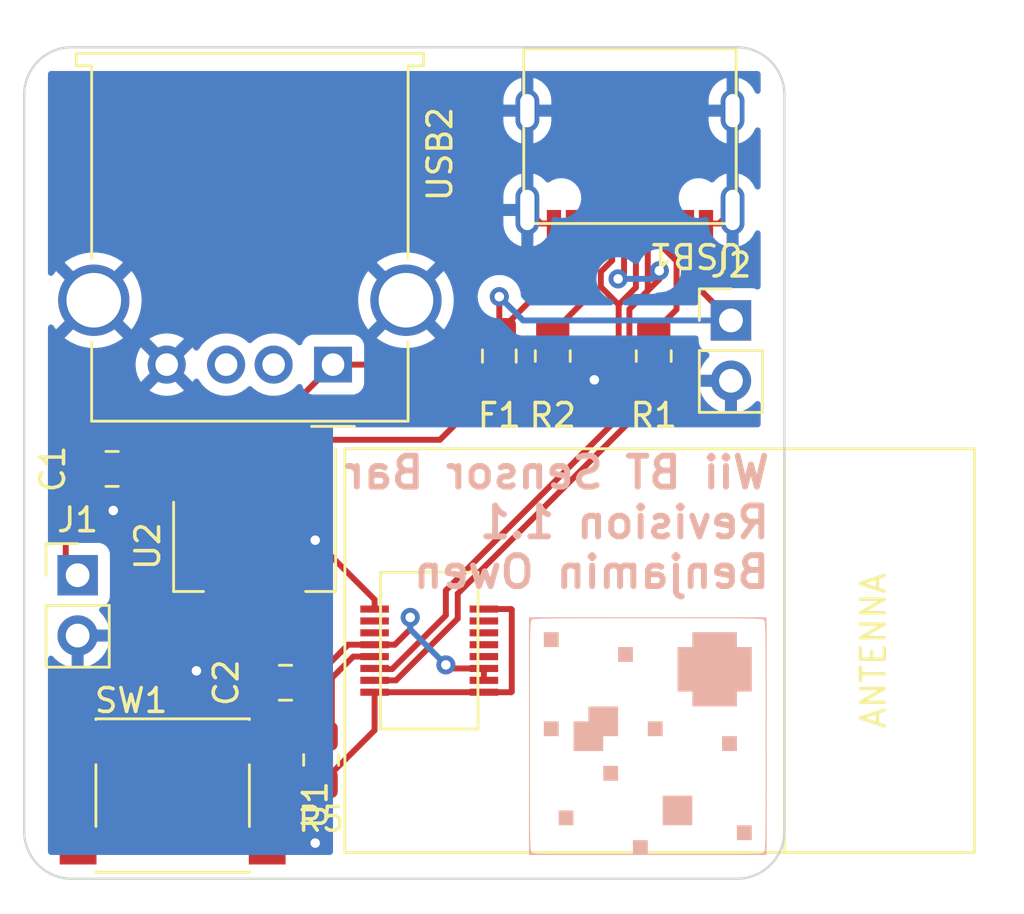
<source format=kicad_pcb>
(kicad_pcb (version 20240108) (generator "pcbnew") (generator_version "8.0")
  (title_block (title "Wiimote-USB-Adapter") (date "2024-09-01") (rev "00A") (company "Embedded Shark, LLC") (comment 1 "Ben Owen"))
  (layers (0 "F.Cu" signal) (31 "B.Cu" signal) (34 "B.Paste" user) (35 "F.Paste" user) (36 "B.SilkS" user "B.Silkscreen") (37 "F.SilkS" user "F.Silkscreen") (38 "B.Mask" user) (39 "F.Mask" user) (44 "Edge.Cuts" user))
  (net 0 "")
  (net 1 "Net-(U2-VI)")
  (net 2 "GND")
  (net 3 "+3V3")
  (net 4 "+5V")
  (net 5 "Net-(USB1-CC1)")
  (net 6 "Net-(USB1-CC2)")
  (net 7 "Net-(U1-SYNC)")
  (net 8 "Net-(U1-DATA1)")
  (net 9 "Net-(U1-DATA2)")
  (footprint "Resistor_SMD:R_0805_2012Metric_Pad1.20x1.40mm_HandSolder" (layer "F.Cu") (at 145.25 89 -90)
    (property "Reference" "R2" (at 2.5 0 180) (layer "F.SilkS"))
    (property "Value" "5.1K")
    (fp_line (start -0.227064 0.735) (end 0.227064 0.735) (stroke (width 0.12)) (layer "F.SilkS"))
    (fp_line (start -0.227064 -0.735) (end 0.227064 -0.735) (stroke (width 0.12)) (layer "F.SilkS"))
    (pad "1" smd roundrect (at -1 0 270) (size 1.2 1.4) (layers "F.Cu" "F.Paste" "F.Mask") (roundrect_rratio 0.208333) (net 6 "Net-(USB1-CC2)"))
    (pad "2" smd roundrect (at 1 0 270) (size 1.2 1.4) (layers "F.Cu" "F.Paste" "F.Mask") (roundrect_rratio 0.208333) (net 2 "GND"))
  )
  (footprint "Resistor_SMD:R_0805_2012Metric_Pad1.20x1.40mm_HandSolder" (layer "F.Cu") (at 149.5 89 -90)
    (property "Reference" "R1" (at 2.5 0 180) (layer "F.SilkS"))
    (property "Value" "5.1K")
    (fp_line (start -0.227064 0.735) (end 0.227064 0.735) (stroke (width 0.12)) (layer "F.SilkS"))
    (fp_line (start -0.227064 -0.735) (end 0.227064 -0.735) (stroke (width 0.12)) (layer "F.SilkS"))
    (pad "1" smd roundrect (at -1 0 270) (size 1.2 1.4) (layers "F.Cu" "F.Paste" "F.Mask") (roundrect_rratio 0.208333) (net 5 "Net-(USB1-CC1)"))
    (pad "2" smd roundrect (at 1 0 270) (size 1.2 1.4) (layers "F.Cu" "F.Paste" "F.Mask") (roundrect_rratio 0.208333) (net 2 "GND"))
  )
  (footprint "Capacitor_SMD:C_0805_2012Metric_Pad1.18x1.45mm_HandSolder" (layer "F.Cu") (at 126.7 93.75 180)
    (property "Reference" "C1" (at 2.5 0 90) (layer "F.SilkS"))
    (property "Value" "0.1uF")
    (fp_line (start -0.261252 0.735) (end 0.261252 0.735) (stroke (width 0.12)) (layer "F.SilkS"))
    (fp_line (start -0.261252 -0.735) (end 0.261252 -0.735) (stroke (width 0.12)) (layer "F.SilkS"))
    (pad "1" smd roundrect (at -1.0375 0 180) (size 1.175 1.45) (layers "F.Cu" "F.Paste" "F.Mask") (roundrect_rratio 0.212766) (net 1 "Net-(U2-VI)"))
    (pad "2" smd roundrect (at 1.0375 0 180) (size 1.175 1.45) (layers "F.Cu" "F.Paste" "F.Mask") (roundrect_rratio 0.212766) (net 2 "GND"))
  )
  (footprint "Package_TO_SOT_SMD:SOT-223-3_TabPin2" (layer "F.Cu") (at 132.7 97 -90)
    (property "Reference" "U2" (at 0 4.5 -90) (layer "F.SilkS"))
    (property "Value" "LM1117-3.3")
    (fp_line (start -1.85 3.41) (end 1.91 3.41) (stroke (width 0.12)) (layer "F.SilkS"))
    (fp_line (start 1.91 3.41) (end 1.91 2.15) (stroke (width 0.12)) (layer "F.SilkS"))
    (fp_line (start -4.1 -3.41) (end 1.91 -3.41) (stroke (width 0.12)) (layer "F.SilkS"))
    (fp_line (start 1.91 -3.41) (end 1.91 -2.15) (stroke (width 0.12)) (layer "F.SilkS"))
    (pad "1" smd rect (at -3.15 -2.3 270) (size 2 1.5) (layers "F.Cu" "F.Paste" "F.Mask") (net 2 "GND"))
    (pad "2" smd rect (at -3.15 0 270) (size 2 1.5) (layers "F.Cu" "F.Paste" "F.Mask") (net 3 "+3V3"))
    (pad "2" smd rect (at 3.15 0 270) (size 2 3.8) (layers "F.Cu" "F.Paste" "F.Mask") (net 3 "+3V3"))
    (pad "3" smd rect (at -3.15 2.3 270) (size 2 1.5) (layers "F.Cu" "F.Paste" "F.Mask") (net 1 "Net-(U2-VI)"))
  )
  (footprint "Capacitor_SMD:C_0805_2012Metric_Pad1.18x1.45mm_HandSolder" (layer "F.Cu") (at 134 102.75 180)
    (property "Reference" "C2" (at 2.5 0 90) (layer "F.SilkS"))
    (property "Value" "0.1uF")
    (fp_line (start -0.261252 0.735) (end 0.261252 0.735) (stroke (width 0.12)) (layer "F.SilkS"))
    (fp_line (start -0.261252 -0.735) (end 0.261252 -0.735) (stroke (width 0.12)) (layer "F.SilkS"))
    (pad "1" smd roundrect (at -1.0375 0 180) (size 1.175 1.45) (layers "F.Cu" "F.Paste" "F.Mask") (roundrect_rratio 0.212766) (net 3 "+3V3"))
    (pad "2" smd roundrect (at 1.0375 0 180) (size 1.175 1.45) (layers "F.Cu" "F.Paste" "F.Mask") (roundrect_rratio 0.212766) (net 2 "GND"))
  )
  (footprint "Amphenol:USB_C_Receptacle_Amphenol_C12402012" (layer "F.Cu") (at 152.82 78.67 180)
    (property "Reference" "USB1" (at 1.524 -6.096 180) (layer "F.SilkS"))
    (property "Value" "USB_C_Receptacle_USB2.0")
    (fp_rect (start -0.15 -4.75) (end 8.79 2.6) (stroke (width 0.12)) (fill none) (layer "F.SilkS"))
    (pad "" np_thru_hole circle (at 1.43 -3.68 180) (size 0.65 0.65) (drill 0.65) (layers "F&B.Cu" "*.Mask"))
    (pad "" np_thru_hole circle (at 7.21 -3.68 180) (size 0.65 0.65) (drill 0.65) (layers "F&B.Cu" "*.Mask"))
    (pad "A1" smd rect (at 0.97 -4.75 180) (size 0.3 1.14) (layers "F.Cu" "F.Paste" "F.Mask") (net 2 "GND"))
    (pad "A4" smd rect (at 1.77 -4.75 180) (size 0.3 1.14) (layers "F.Cu" "F.Paste" "F.Mask") (net 4 "+5V"))
    (pad "A5" smd rect (at 3.07 -4.75 180) (size 0.3 1.14) (layers "F.Cu" "F.Paste" "F.Mask") (net 5 "Net-(USB1-CC1)"))
    (pad "A6" smd rect (at 4.07 -4.75 180) (size 0.3 1.14) (layers "F.Cu" "F.Paste" "F.Mask") (net 9 "Net-(U1-DATA2)"))
    (pad "A7" smd rect (at 4.57 -4.75 180) (size 0.3 1.14) (layers "F.Cu" "F.Paste" "F.Mask") (net 8 "Net-(U1-DATA1)"))
    (pad "A8" smd rect (at 5.57 -4.75 180) (size 0.3 1.14) (layers "F.Cu" "F.Paste" "F.Mask"))
    (pad "A9" smd rect (at 6.87 -4.75 180) (size 0.3 1.14) (layers "F.Cu" "F.Paste" "F.Mask") (net 4 "+5V"))
    (pad "A12" smd rect (at 7.67 -4.75 180) (size 0.3 1.14) (layers "F.Cu" "F.Paste" "F.Mask") (net 2 "GND"))
    (pad "B1" smd rect (at 7.37 -4.75 180) (size 0.3 1.14) (layers "F.Cu" "F.Paste" "F.Mask") (net 2 "GND"))
    (pad "B4" smd rect (at 6.57 -4.75 180) (size 0.3 1.14) (layers "F.Cu" "F.Paste" "F.Mask") (net 4 "+5V"))
    (pad "B5" smd rect (at 6.07 -4.75 180) (size 0.3 1.14) (layers "F.Cu" "F.Paste" "F.Mask") (net 6 "Net-(USB1-CC2)"))
    (pad "B6" smd rect (at 5.07 -4.75 180) (size 0.3 1.14) (layers "F.Cu" "F.Paste" "F.Mask") (net 9 "Net-(U1-DATA2)"))
    (pad "B7" smd rect (at 3.57 -4.75 180) (size 0.3 1.14) (layers "F.Cu" "F.Paste" "F.Mask") (net 8 "Net-(U1-DATA1)"))
    (pad "B8" smd rect (at 2.57 -4.75 180) (size 0.3 1.14) (layers "F.Cu" "F.Paste" "F.Mask"))
    (pad "B9" smd rect (at 2.07 -4.75 180) (size 0.3 1.14) (layers "F.Cu" "F.Paste" "F.Mask") (net 4 "+5V"))
    (pad "B12" smd rect (at 1.27 -4.75 180) (size 0.3 1.14) (layers "F.Cu" "F.Paste" "F.Mask") (net 2 "GND"))
    (pad "S1" thru_hole oval (at 0 -4.18 180) (size 1 2.1) (drill oval 0.6 1.7) (layers "*.Cu" "*.Mask") (net 2 "GND"))
    (pad "S1" thru_hole oval (at 0 0 180) (size 1 1.8) (drill oval 0.6 1.4) (layers "*.Cu" "*.Mask") (net 2 "GND"))
    (pad "S1" thru_hole oval (at 8.64 -4.18 180) (size 1 2.1) (drill oval 0.6 1.7) (layers "*.Cu" "*.Mask") (net 2 "GND"))
    (pad "S1" thru_hole oval (at 8.64 0 180) (size 1 1.8) (drill oval 0.6 1.4) (layers "*.Cu" "*.Mask") (net 2 "GND"))
  )
  (footprint "Connector_PinHeader_2.54mm:PinHeader_1x02_P2.54mm_Vertical" (layer "F.Cu") (at 152.75 87.5)
    (property "Reference" "J2" (at 0 -2.33 0) (layer "F.SilkS"))
    (property "Value" "LED_Right")
    (fp_line (start -1.33 -1.33) (end 0 -1.33) (stroke (width 0.12)) (layer "F.SilkS"))
    (fp_line (start -1.33 0) (end -1.33 -1.33) (stroke (width 0.12)) (layer "F.SilkS"))
    (fp_line (start -1.33 1.27) (end -1.33 3.87) (stroke (width 0.12)) (layer "F.SilkS"))
    (fp_line (start -1.33 1.27) (end 1.33 1.27) (stroke (width 0.12)) (layer "F.SilkS"))
    (fp_line (start -1.33 3.87) (end 1.33 3.87) (stroke (width 0.12)) (layer "F.SilkS"))
    (fp_line (start 1.33 1.27) (end 1.33 3.87) (stroke (width 0.12)) (layer "F.SilkS"))
    (pad "1" thru_hole rect (at 0 0) (size 1.7 1.7) (drill 1) (layers "*.Cu" "*.Mask") (net 4 "+5V"))
    (pad "2" thru_hole oval (at 0 2.54) (size 1.7 1.7) (drill 1) (layers "*.Cu" "*.Mask") (net 2 "GND"))
  )
  (footprint "Connector_USB:USB_A_Molex_67643_Horizontal" (layer "F.Cu") (at 136 89.36 180)
    (property "Reference" "USB2" (at -4.5 8.86 90) (layer "F.SilkS"))
    (property "Value" "USB_A")
    (fp_line (start 10.81 13.1) (end 10.81 12.58) (stroke (width 0.12)) (layer "F.SilkS"))
    (fp_line (start 10.81 12.58) (end 10.16 12.58) (stroke (width 0.12)) (layer "F.SilkS"))
    (fp_line (start 10.16 4.47) (end 10.16 12.58) (stroke (width 0.12)) (layer "F.SilkS"))
    (fp_line (start 10.16 -2.38) (end 10.16 0.95) (stroke (width 0.12)) (layer "F.SilkS"))
    (fp_line (start -0.9 -2.6) (end 0.9 -2.6) (stroke (width 0.12)) (layer "F.SilkS"))
    (fp_line (start -3.16 12.58) (end -3.16 4.47) (stroke (width 0.12)) (layer "F.SilkS"))
    (fp_line (start -3.16 12.58) (end -3.81 12.58) (stroke (width 0.12)) (layer "F.SilkS"))
    (fp_line (start -3.16 -2.38) (end 10.16 -2.38) (stroke (width 0.12)) (layer "F.SilkS"))
    (fp_line (start -3.16 -2.38) (end -3.16 0.95) (stroke (width 0.12)) (layer "F.SilkS"))
    (fp_line (start -3.81 13.1) (end 10.81 13.1) (stroke (width 0.12)) (layer "F.SilkS"))
    (fp_line (start -3.81 12.58) (end -3.81 13.1) (stroke (width 0.12)) (layer "F.SilkS"))
    (pad "1" thru_hole rect (at 0 0 180) (size 1.6 1.5) (drill 0.95) (layers "*.Cu" "*.Mask") (net 4 "+5V"))
    (pad "2" thru_hole circle (at 2.5 0 180) (size 1.6 1.6) (drill 0.95) (layers "*.Cu" "*.Mask"))
    (pad "3" thru_hole circle (at 4.5 0 180) (size 1.6 1.6) (drill 0.95) (layers "*.Cu" "*.Mask"))
    (pad "4" thru_hole circle (at 7 0 180) (size 1.6 1.6) (drill 0.95) (layers "*.Cu" "*.Mask") (net 2 "GND"))
    (pad "5" thru_hole circle (at -3.07 2.71 180) (size 3 3) (drill 2.3) (layers "*.Cu" "*.Mask") (net 2 "GND"))
    (pad "5" thru_hole circle (at 10.07 2.71 180) (size 3 3) (drill 2.3) (layers "*.Cu" "*.Mask") (net 2 "GND"))
  )
  (footprint "Fuse:Fuse_0805_2012Metric_Pad1.15x1.40mm_HandSolder" (layer "F.Cu") (at 143 89 -90)
    (property "Reference" "F1" (at 2.5 0 180) (layer "F.SilkS"))
    (property "Value" "500mA")
    (fp_line (start -0.261252 0.71) (end 0.261252 0.71) (stroke (width 0.12)) (layer "F.SilkS"))
    (fp_line (start -0.261252 -0.71) (end 0.261252 -0.71) (stroke (width 0.12)) (layer "F.SilkS"))
    (pad "1" smd roundrect (at -1.025 0 270) (size 1.15 1.4) (layers "F.Cu" "F.Paste" "F.Mask") (roundrect_rratio 0.217391) (net 4 "+5V"))
    (pad "2" smd roundrect (at 1.025 0 270) (size 1.15 1.4) (layers "F.Cu" "F.Paste" "F.Mask") (roundrect_rratio 0.217391) (net 1 "Net-(U2-VI)"))
  )
  (footprint "Button_Switch_SMD:SW_SPST_PTS645" (layer "F.Cu") (at 129.25 107.5)
    (property "Reference" "SW1" (at -1.75 -4 0) (layer "F.SilkS"))
    (property "Value" "SW_Push")
    (fp_line (start -3.23 -3.23) (end 3.23 -3.23) (stroke (width 0.12)) (layer "F.SilkS"))
    (fp_line (start -3.23 -3.2) (end -3.23 -3.23) (stroke (width 0.12)) (layer "F.SilkS"))
    (fp_line (start -3.23 -1.3) (end -3.23 1.3) (stroke (width 0.12)) (layer "F.SilkS"))
    (fp_line (start -3.23 3.23) (end -3.23 3.2) (stroke (width 0.12)) (layer "F.SilkS"))
    (fp_line (start -3.23 3.23) (end 3.23 3.23) (stroke (width 0.12)) (layer "F.SilkS"))
    (fp_line (start 3.23 -3.23) (end 3.23 -3.2) (stroke (width 0.12)) (layer "F.SilkS"))
    (fp_line (start 3.23 -1.3) (end 3.23 1.3) (stroke (width 0.12)) (layer "F.SilkS"))
    (fp_line (start 3.23 3.23) (end 3.23 3.2) (stroke (width 0.12)) (layer "F.SilkS"))
    (pad "1" smd rect (at -3.98 -2.25) (size 1.55 1.3) (layers "F.Cu" "F.Paste" "F.Mask") (net 3 "+3V3"))
    (pad "1" smd rect (at 3.98 -2.25) (size 1.55 1.3) (layers "F.Cu" "F.Paste" "F.Mask") (net 3 "+3V3"))
    (pad "2" smd rect (at -3.98 2.25) (size 1.55 1.3) (layers "F.Cu" "F.Paste" "F.Mask") (net 7 "Net-(U1-SYNC)"))
    (pad "2" smd rect (at 3.98 2.25) (size 1.55 1.3) (layers "F.Cu" "F.Paste" "F.Mask") (net 7 "Net-(U1-SYNC)"))
  )
  (footprint "Resistor_SMD:R_0805_2012Metric_Pad1.20x1.40mm_HandSolder" (layer "F.Cu") (at 135.5 106 -90)
    (property "Reference" "R5" (at 2.5 0 0) (layer "F.SilkS"))
    (property "Value" "10K")
    (fp_line (start -0.227064 0.735) (end 0.227064 0.735) (stroke (width 0.12)) (layer "F.SilkS"))
    (fp_line (start -0.227064 -0.735) (end 0.227064 -0.735) (stroke (width 0.12)) (layer "F.SilkS"))
    (pad "1" smd roundrect (at -1 0 270) (size 1.2 1.4) (layers "F.Cu" "F.Paste" "F.Mask") (roundrect_rratio 0.208333) (net 7 "Net-(U1-SYNC)"))
    (pad "2" smd roundrect (at 1 0 270) (size 1.2 1.4) (layers "F.Cu" "F.Paste" "F.Mask") (roundrect_rratio 0.208333) (net 2 "GND"))
  )
  (footprint "Connector_PinHeader_2.54mm:PinHeader_1x02_P2.54mm_Vertical" (layer "F.Cu") (at 125.25 98.225)
    (property "Reference" "J1" (at 0 -2.33 0) (layer "F.SilkS"))
    (property "Value" "LED_Left")
    (fp_line (start -1.33 -1.33) (end 0 -1.33) (stroke (width 0.12)) (layer "F.SilkS"))
    (fp_line (start -1.33 0) (end -1.33 -1.33) (stroke (width 0.12)) (layer "F.SilkS"))
    (fp_line (start -1.33 1.27) (end -1.33 3.87) (stroke (width 0.12)) (layer "F.SilkS"))
    (fp_line (start -1.33 1.27) (end 1.33 1.27) (stroke (width 0.12)) (layer "F.SilkS"))
    (fp_line (start -1.33 3.87) (end 1.33 3.87) (stroke (width 0.12)) (layer "F.SilkS"))
    (fp_line (start 1.33 1.27) (end 1.33 3.87) (stroke (width 0.12)) (layer "F.SilkS"))
    (pad "1" thru_hole rect (at 0 0) (size 1.7 1.7) (drill 1) (layers "*.Cu" "*.Mask") (net 4 "+5V"))
    (pad "2" thru_hole oval (at 0 2.54) (size 1.7 1.7) (drill 1) (layers "*.Cu" "*.Mask") (net 2 "GND"))
  )
  (footprint "Foxconn:J27H002" (layer "F.Cu") (at 137.75 103.15 90)
    (property "Reference" "U1" (at -4.75 -2.5 90) (layer "F.SilkS"))
    (property "Value" "J27H002")
    (fp_line (start 10.25 17.25) (end -6.75 17.25) (stroke (width 0.12)) (layer "F.SilkS"))
    (fp_rect (start -6.75 -1.25) (end 10.25 25.25) (stroke (width 0.12)) (fill none) (layer "F.SilkS"))
    (fp_rect (start -1.55 0.25) (end 5.05 4.35) (stroke (width 0.12)) (fill none) (layer "F.SilkS"))
    (fp_text user "ANTENNA" (at 1.75 21 90) (layer "F.SilkS"))
    (pad "1" smd rect (at 3.5 4.6 90) (size 0.3 1.2) (layers "F.Cu" "F.Paste" "F.Mask") (net 2 "GND"))
    (pad "2" smd rect (at 3 4.6 90) (size 0.3 1.2) (layers "F.Cu" "F.Paste" "F.Mask"))
    (pad "3" smd rect (at 2.5 4.6 90) (size 0.3 1.2) (layers "F.Cu" "F.Paste" "F.Mask"))
    (pad "4" smd rect (at 2 4.6 90) (size 0.3 1.2) (layers "F.Cu" "F.Paste" "F.Mask"))
    (pad "5" smd rect (at 1.5 4.6 90) (size 0.3 1.2) (layers "F.Cu" "F.Paste" "F.Mask"))
    (pad "6" smd rect (at 1 4.6 90) (size 0.3 1.2) (layers "F.Cu" "F.Paste" "F.Mask") (net 3 "+3V3"))
    (pad "7" smd rect (at 0.5 4.6 90) (size 0.3 1.2) (layers "F.Cu" "F.Paste" "F.Mask") (net 3 "+3V3"))
    (pad "8" smd rect (at 0 4.6 90) (size 0.3 1.2) (layers "F.Cu" "F.Paste" "F.Mask") (net 2 "GND"))
    (pad "9" smd rect (at 0 0 90) (size 0.3 1.2) (layers "F.Cu" "F.Paste" "F.Mask") (net 2 "GND"))
    (pad "10" smd rect (at 0.5 0 90) (size 0.3 1.2) (layers "F.Cu" "F.Paste" "F.Mask") (net 8 "Net-(U1-DATA1)"))
    (pad "11" smd rect (at 1 0 90) (size 0.3 1.2) (layers "F.Cu" "F.Paste" "F.Mask") (net 9 "Net-(U1-DATA2)"))
    (pad "12" smd rect (at 1.5 0 90) (size 0.3 1.2) (layers "F.Cu" "F.Paste" "F.Mask") (net 7 "Net-(U1-SYNC)"))
    (pad "13" smd rect (at 2 0 90) (size 0.3 1.2) (layers "F.Cu" "F.Paste" "F.Mask") (net 3 "+3V3"))
    (pad "14" smd rect (at 2.5 0 90) (size 0.3 1.2) (layers "F.Cu" "F.Paste" "F.Mask"))
    (pad "15" smd rect (at 3 0 90) (size 0.3 1.2) (layers "F.Cu" "F.Paste" "F.Mask"))
    (pad "16" smd rect (at 3.5 0 90) (size 0.3 1.2) (layers "F.Cu" "F.Paste" "F.Mask") (net 2 "GND"))
  )
  (footprint "Logos:BU-Logo-10mm" (layer "B.Cu") (at 149.25 105 180)
    (property "Reference" "G***" (hide yes))
    (property "Value" "LOGO" (hide yes))
    (fp_poly (pts (xy 4.376615 3.751385) (xy 3.751384 3.751385) (xy 3.751384 4.376616) (xy 4.376615 4.376616)) (fill solid) (layer "B.SilkS"))
    (fp_poly (pts (xy 4.376615 0) (xy 3.751384 0) (xy 3.751384 0.625231) (xy 4.376615 0.625231)) (fill solid) (layer "B.SilkS"))
    (fp_poly (pts (xy 3.751384 -3.751384) (xy 3.126154 -3.751384) (xy 3.126154 -3.126154) (xy 3.751384 -3.126154)) (fill solid) (layer "B.SilkS"))
    (fp_poly (pts (xy 1.875692 -1.875692) (xy 1.250461 -1.875692) (xy 1.250461 -1.250461) (xy 1.875692 -1.250461)) (fill solid) (layer "B.SilkS"))
    (fp_poly (pts (xy 1.250461 3.126154) (xy 0.62523 3.126154) (xy 0.62523 3.751385) (xy 1.250461 3.751385)) (fill solid) (layer "B.SilkS"))
    (fp_poly (pts (xy 0 0) (xy -0.625231 0) (xy -0.625231 0.625231) (xy 0 0.625231)) (fill solid) (layer "B.SilkS"))
    (fp_poly (pts (xy -0.625231 -3.751384) (xy -1.875693 -3.751384) (xy -1.875693 -2.500923) (xy -0.625231 -2.500923)) (fill solid) (layer "B.SilkS"))
    (fp_poly (pts (xy -3.126154 -0.62523) (xy -3.751385 -0.62523) (xy -3.751385 0) (xy -3.126154 0)) (fill solid) (layer "B.SilkS"))
    (fp_poly (pts (xy -3.751385 -4.376615) (xy -4.376616 -4.376615) (xy -4.376616 -3.751384) (xy -3.751385 -3.751384)) (fill solid) (layer "B.SilkS"))
    (fp_poly (pts (xy 2.500923 0.625231) (xy 3.126154 0.625231) (xy 3.126154 -0.62523) (xy 1.875692 -0.62523) (xy 1.875692 0) (xy 1.250461 0) (xy 1.250461 1.250462) (xy 2.500923 1.250462)) (fill solid) (layer "B.SilkS"))
    (fp_poly (pts (xy -1.875693 3.751385) (xy -1.250462 3.751385) (xy -1.250462 1.875693) (xy -1.875693 1.875693) (xy -1.875693 1.250462) (xy -3.751385 1.250462) (xy -3.751385 1.875693) (xy -4.376616 1.875693) (xy -4.376616 3.751385) (xy -3.751385 3.751385) (xy -3.751385 4.376616) (xy -1.875693 4.376616)) (fill solid) (layer "B.SilkS"))
    (fp_poly (pts (xy 5.001846 -5.001846) (xy -5.001846 -5.001846) (xy -5.001846 0) (xy -4.96277 0) (xy -4.962752 -0.712368) (xy -4.962653 -1.350717) (xy -4.962408 -1.919183) (xy -4.961951 -2.4219) (xy -4.961215 -2.863003) (xy -4.960134 -3.246627) (xy -4.958642 -3.576908) (xy -4.956673 -3.857981) (xy -4.954161 -4.09398) (xy -4.951039 -4.28904) (xy -4.947241 -4.447297) (xy -4.942701 -4.572886) (xy -4.937354 -4.669941) (xy -4.931132 -4.742598) (xy -4.92397 -4.794992) (xy -4.915801 -4.831258) (xy -4.90656 -4.85553) (xy -4.89618 -4.871945) (xy -4.884616 -4.884615) (xy -4.866739 -4.900646) (xy -4.84369 -4.914321) (xy -4.809526 -4.925827) (xy -4.758305 -4.935352) (xy -4.684082 -4.943081) (xy -4.580916 -4.949203) (xy -4.442863 -4.953904) (xy -4.263981 -4.957372) (xy -4.038326 -4.959794) (xy -3.759955 -4.961357) (xy -3.422927 -4.962249) (xy -3.021297 -4.962656) (xy -2.549122 -4.962766) (xy -2.403231 -4.962769) (xy 0 -4.962769) (xy 0 -4.376615) (xy 0.62523 -4.376615) (xy 0.62523 -4.962769) (xy 2.715846 -4.962769) (xy 3.173301 -4.962692) (xy 3.559004 -4.962308) (xy 3.879359 -4.961385) (xy 4.140767 -4.959694) (xy 4.349632 -4.957003) (xy 4.512356 -4.953082) (xy 4.63534 -4.9477) (xy 4.724989 -4.940626) (xy 4.787703 -4.93163) (xy 4.829887 -4.92048) (xy 4.857941 -4.906946) (xy 4.87827 -4.890798) (xy 4.884615 -4.884615) (xy 4.896198 -4.871921) (xy 4.906576 -4.855497) (xy 4.915815 -4.831207) (xy 4.923982 -4.794917) (xy 4.931143 -4.742492) (xy 4.937363 -4.669797) (xy 4.942709 -4.572696) (xy 4.947247 -4.447055) (xy 4.951044 -4.288739) (xy 4.954165 -4.093612) (xy 4.956676 -3.857539) (xy 4.958645 -3.576386) (xy 4.960136 -3.246017) (xy 4.961216 -2.862298) (xy 4.961952 -2.421093) (xy 4.962408 -1.918267) (xy 4.962653 -1.349685) (xy 4.962751 -0.711213) (xy 4.962769 0) (xy 4.962751 0.712368) (xy 4.962653 1.350718) (xy 4.962408 1.919183) (xy 4.961951 2.4219) (xy 4.961214 2.863003) (xy 4.960134 3.246628) (xy 4.958642 3.576909) (xy 4.956673 3.857981) (xy 4.95416 4.09398) (xy 4.951038 4.289041) (xy 4.94724 4.447298) (xy 4.942701 4.572887) (xy 4.937353 4.669942) (xy 4.931131 4.742599) (xy 4.923969 4.794993) (xy 4.915801 4.831258) (xy 4.906559 4.855531) (xy 4.896179 4.871945) (xy 4.884615 4.884616) (xy 4.871921 4.896199) (xy 4.855497 4.906577) (xy 4.831207 4.915816) (xy 4.794917 4.923983) (xy 4.742492 4.931143) (xy 4.669797 4.937364) (xy 4.572696 4.94271) (xy 4.447055 4.947248) (xy 4.288739 4.951045) (xy 4.093612 4.954165) (xy 3.857539 4.956677) (xy 3.576386 4.958645) (xy 3.246017 4.960136) (xy 2.862298 4.961217) (xy 2.421093 4.961952) (xy 1.918267 4.962409) (xy 1.349685 4.962653) (xy 0.711213 4.962752) (xy 0 4.96277) (xy -0.712368 4.962752) (xy -1.350718 4.962653) (xy -1.919183 4.962408) (xy -2.4219 4.961951) (xy -2.863003 4.961215) (xy -3.246628 4.960134) (xy -3.576909 4.958642) (xy -3.857981 4.956673) (xy -4.09398 4.954161) (xy -4.289041 4.951039) (xy -4.447298 4.947241) (xy -4.572887 4.942701) (xy -4.669942 4.937354) (xy -4.742599 4.931132) (xy -4.794993 4.92397) (xy -4.831258 4.915801) (xy -4.855531 4.90656) (xy -4.871945 4.89618) (xy -4.884616 4.884616) (xy -4.896199 4.871922) (xy -4.906577 4.855497) (xy -4.915816 4.831208) (xy -4.923983 4.794918) (xy -4.931143 4.742493) (xy -4.937364 4.669798) (xy -4.94271 4.572697) (xy -4.947248 4.447056) (xy -4.951045 4.28874) (xy -4.954165 4.093613) (xy -4.956677 3.85754) (xy -4.958645 3.576387) (xy -4.960136 3.246018) (xy -4.961217 2.862299) (xy -4.961952 2.421094) (xy -4.962409 1.918268) (xy -4.962653 1.349686) (xy -4.962752 0.711214) (xy -4.96277 0) (xy -5.001846 0) (xy -5.001846 5.001846) (xy 5.001846 5.001846)) (fill solid) (layer "B.SilkS"))
  )
  (gr_arc (start 125 111) (mid 123.585786 110.414214) (end 123 109) (stroke (width 0.1)) (layer "Edge.Cuts"))
  (gr_line (start 123 109) (end 123 78) (stroke (width 0.1)) (layer "Edge.Cuts"))
  (gr_line (start 125 76) (end 153 76) (stroke (width 0.1)) (layer "Edge.Cuts"))
  (gr_arc (start 153 76) (mid 154.414214 76.585786) (end 155 78) (stroke (width 0.1)) (layer "Edge.Cuts"))
  (gr_arc (start 123 78) (mid 123.585786 76.585786) (end 125 76) (stroke (width 0.1)) (layer "Edge.Cuts"))
  (gr_line (start 155 78) (end 155 109) (stroke (width 0.1)) (layer "Edge.Cuts"))
  (gr_line (start 153 111) (end 125 111) (stroke (width 0.1)) (layer "Edge.Cuts"))
  (gr_arc (start 155 109) (mid 154.414214 110.414214) (end 153 111) (stroke (width 0.1)) (layer "Edge.Cuts"))
  (gr_text "Wii BT Sensor Bar\nRevision 1.1\nBenjamin Owen" (at 154.5 96 0) (layer "B.SilkS") (effects (font (size 1.3 1.3) (thickness 0.25)) (justify left mirror)))
  (segment (start 131.725 92.525) (end 130.4 93.85) (width 0.25) (layer "F.Cu") (net 1))
  (segment (start 143 90.025) (end 140.5 92.525) (width 0.25) (layer "F.Cu") (net 1))
  (segment (start 130.4 93.85) (end 127.8375 93.85) (width 0.25) (layer "F.Cu") (net 1))
  (segment (start 140.5 92.525) (end 131.725 92.525) (width 0.25) (layer "F.Cu") (net 1))
  (segment (start 127.8375 93.85) (end 127.7375 93.75) (width 0.25) (layer "F.Cu") (net 1))
  (segment (start 130.75 102.75) (end 130.25 102.25) (width 0.25) (layer "F.Cu") (net 2))
  (segment (start 143.525 99.675) (end 143.525 103.125) (width 0.25) (layer "F.Cu") (net 2))
  (segment (start 135.25 96.9) (end 135.25 96.75) (width 0.25) (layer "F.Cu") (net 2))
  (segment (start 137.75 103.15) (end 142.35 103.15) (width 0.25) (layer "F.Cu") (net 2))
  (segment (start 135.5 109.25) (end 135.25 109.5) (width 0.25) (layer "F.Cu") (net 2))
  (segment (start 137.75 104.75) (end 135.5 107) (width 0.25) (layer "F.Cu") (net 2))
  (segment (start 137.75 103.15) (end 137.75 104.75) (width 0.25) (layer "F.Cu") (net 2))
  (segment (start 144.75 83.42) (end 144.18 82.85) (width 0.25) (layer "F.Cu") (net 2))
  (segment (start 125.6625 93.75) (end 125.6625 94.4125) (width 0.25) (layer "F.Cu") (net 2))
  (segment (start 135 96.5) (end 135.25 96.75) (width 0.25) (layer "F.Cu") (net 2))
  (segment (start 135.5 107) (end 135.5 109.25) (width 0.25) (layer "F.Cu") (net 2))
  (segment (start 152.25 83.42) (end 152.82 82.85) (width 0.25) (layer "F.Cu") (net 2))
  (segment (start 143.5 103.15) (end 142.35 103.15) (width 0.25) (layer "F.Cu") (net 2))
  (segment (start 149.54 90.04) (end 152.75 90.04) (width 0.25) (layer "F.Cu") (net 2))
  (segment (start 145.15 83.42) (end 144.75 83.42) (width 0.25) (layer "F.Cu") (net 2))
  (segment (start 151.85 83.42) (end 152.25 83.42) (width 0.25) (layer "F.Cu") (net 2))
  (segment (start 143.525 103.125) (end 143.5 103.15) (width 0.25) (layer "F.Cu") (net 2))
  (segment (start 137.75 99.25) (end 135.25 96.75) (width 0.25) (layer "F.Cu") (net 2))
  (segment (start 143.5 99.65) (end 143.525 99.675) (width 0.25) (layer "F.Cu") (net 2))
  (segment (start 137.75 99.65) (end 137.75 99.25) (width 0.25) (layer "F.Cu") (net 2))
  (segment (start 125.6625 94.4125) (end 126.75 95.5) (width 0.25) (layer "F.Cu") (net 2))
  (segment (start 143.5 99.65) (end 142.35 99.65) (width 0.25) (layer "F.Cu") (net 2))
  (segment (start 132.9625 102.75) (end 130.75 102.75) (width 0.25) (layer "F.Cu") (net 2))
  (segment (start 135 93.85) (end 135 96.5) (width 0.25) (layer "F.Cu") (net 2))
  (segment (start 149.5 90) (end 149.54 90.04) (width 0.25) (layer "F.Cu") (net 2))
  (segment (start 145.25 90) (end 147 90) (width 0.25) (layer "F.Cu") (net 2))
  (via (at 135.25 96.75) (size 0.8) (drill 0.4) (layers "F.Cu" "B.Cu") (net 2))
  (via (at 130.25 102.25) (size 0.8) (drill 0.4) (layers "F.Cu" "B.Cu") (net 2))
  (via (at 135.25 109.5) (size 0.8) (drill 0.4) (layers "F.Cu" "B.Cu") (net 2))
  (via (at 147 90) (size 0.8) (drill 0.4) (layers "F.Cu" "B.Cu") (net 2))
  (via (at 126.75 95.5) (size 0.8) (drill 0.4) (layers "F.Cu" "B.Cu") (net 2))
  (segment (start 139.25 100.5) (end 139.25 100) (width 0.25) (layer "F.Cu") (net 3))
  (segment (start 132.7 93.85) (end 132.7 100.15) (width 0.25) (layer "F.Cu") (net 3))
  (segment (start 142.35 102.15) (end 142.35 102.65) (width 0.25) (layer "F.Cu") (net 3))
  (segment (start 136.6375 101.15) (end 137.75 101.15) (width 0.25) (layer "F.Cu") (net 3))
  (segment (start 132.7 100.15) (end 132.7 100.4125) (width 0.25) (layer "F.Cu") (net 3))
  (segment (start 137.75 101.15) (end 138.6 101.15) (width 0.25) (layer "F.Cu") (net 3))
  (segment (start 135.0375 102.75) (end 136.6375 101.15) (width 0.25) (layer "F.Cu") (net 3))
  (segment (start 140.75 102) (end 140.9 102.15) (width 0.25) (layer "F.Cu") (net 3))
  (segment (start 138.6 101.15) (end 139.25 100.5) (width 0.25) (layer "F.Cu") (net 3))
  (segment (start 135.0375 102.75) (end 135.0375 103.4425) (width 0.25) (layer "F.Cu") (net 3))
  (segment (start 132.7 100.4125) (end 135.0375 102.75) (width 0.25) (layer "F.Cu") (net 3))
  (segment (start 140.9 102.15) (end 142.35 102.15) (width 0.25) (layer "F.Cu") (net 3))
  (segment (start 135.0375 103.4425) (end 133.23 105.25) (width 0.25) (layer "F.Cu") (net 3))
  (via (at 140.75 102) (size 0.8) (drill 0.4) (layers "F.Cu" "B.Cu") (net 3))
  (via (at 139.25 100) (size 0.8) (drill 0.4) (layers "F.Cu" "B.Cu") (net 3))
  (segment (start 139.25 100) (end 139.25 100.5) (width 0.25) (layer "B.Cu") (net 3))
  (segment (start 139.25 100.5) (end 140.75 102) (width 0.25) (layer "B.Cu") (net 3))
  (segment (start 143 86.5) (end 143 87.975) (width 0.25) (layer "F.Cu") (net 4))
  (segment (start 133.86 91.5) (end 136 89.36) (width 0.25) (layer "F.Cu") (net 4))
  (segment (start 126.25 91.5) (end 133.86 91.5) (width 0.25) (layer "F.Cu") (net 4))
  (segment (start 125.25 98.225) (end 124.75 97.725) (width 0.25) (layer "F.Cu") (net 4))
  (segment (start 151.05 85.8) (end 152.75 87.5) (width 0.25) (layer "F.Cu") (net 4))
  (segment (start 124.75 97.725) (end 124.75 93) (width 0.25) (layer "F.Cu") (net 4))
  (segment (start 143 87.975) (end 145.95 85.025) (width 0.25) (layer "F.Cu") (net 4))
  (segment (start 143 87.975) (end 141.615 89.36) (width 0.25) (layer "F.Cu") (net 4))
  (segment (start 151.05 83.42) (end 151.05 85.8) (width 0.25) (layer "F.Cu") (net 4))
  (segment (start 124.75 93) (end 126.25 91.5) (width 0.25) (layer "F.Cu") (net 4))
  (segment (start 145.95 85.025) (end 145.95 83.42) (width 0.25) (layer "F.Cu") (net 4))
  (segment (start 141.615 89.36) (end 136 89.36) (width 0.25) (layer "F.Cu") (net 4))
  (via (at 143 86.5) (size 0.8) (drill 0.4) (layers "F.Cu" "B.Cu") (net 4))
  (segment (start 152.75 87.5) (end 144 87.5) (width 0.25) (layer "B.Cu") (net 4))
  (segment (start 144 87.5) (end 143 86.5) (width 0.25) (layer "B.Cu") (net 4))
  (segment (start 149.75 83.42) (end 149.75 84.29) (width 0.25) (layer "F.Cu") (net 5))
  (segment (start 149.75 84.29) (end 150.46 85) (width 0.25) (layer "F.Cu") (net 5))
  (segment (start 150.46 87.04) (end 149.5 88) (width 0.25) (layer "F.Cu") (net 5))
  (segment (start 150.46 85) (end 150.46 87.04) (width 0.25) (layer "F.Cu") (net 5))
  (segment (start 146.75 86.5) (end 146.75 83.42) (width 0.25) (layer "F.Cu") (net 6))
  (segment (start 145.25 88) (end 146.75 86.5) (width 0.25) (layer "F.Cu") (net 6))
  (segment (start 133.23 107.27) (end 135.5 105) (width 0.25) (layer "F.Cu") (net 7))
  (segment (start 135.95 102.55) (end 135.95 104.55) (width 0.25) (layer "F.Cu") (net 7))
  (segment (start 137.75 101.65) (end 136.85 101.65) (width 0.25) (layer "F.Cu") (net 7))
  (segment (start 133.23 109.75) (end 133.23 107.27) (width 0.25) (layer "F.Cu") (net 7))
  (segment (start 136.85 101.65) (end 135.95 102.55) (width 0.25) (layer "F.Cu") (net 7))
  (segment (start 135.95 104.55) (end 135.5 105) (width 0.25) (layer "F.Cu") (net 7))
  (segment (start 148.25 83.42) (end 148.25 85.5) (width 0.25) (layer "F.Cu") (net 8))
  (segment (start 141.25 100.05) (end 141.25 99) (width 0.25) (layer "F.Cu") (net 8))
  (segment (start 149.7355 85.407299) (end 149.7355 85.7645) (width 0.25) (layer "F.Cu") (net 8))
  (segment (start 149.125 86.375) (end 149.25 86.25) (width 0.25) (layer "F.Cu") (net 8))
  (segment (start 148.475 87.025) (end 149.125 86.375) (width 0.25) (layer "F.Cu") (net 8))
  (segment (start 138.65 102.65) (end 141.25 100.05) (width 0.25) (layer "F.Cu") (net 8))
  (segment (start 149.7355 85.7645) (end 149.125 86.375) (width 0.25) (layer "F.Cu") (net 8))
  (segment (start 141.25 99) (end 148.475 91.775) (width 0.25) (layer "F.Cu") (net 8))
  (segment (start 148.475 91.775) (end 148.475 87.025) (width 0.25) (layer "F.Cu") (net 8))
  (segment (start 149.25 86.25) (end 149.25 83.42) (width 0.25) (layer "F.Cu") (net 8))
  (segment (start 137.75 102.65) (end 138.65 102.65) (width 0.25) (layer "F.Cu") (net 8))
  (segment (start 148.25 85.5) (end 148 85.75) (width 0.25) (layer "F.Cu") (net 8))
  (via (at 149.7355 85.407299) (size 0.8) (drill 0.4) (layers "F.Cu" "B.Cu") (net 8))
  (via (at 148 85.75) (size 0.8) (drill 0.4) (layers "F.Cu" "B.Cu") (net 8))
  (segment (start 149.392799 85.75) (end 149.7355 85.407299) (width 0.25) (layer "B.Cu") (net 8))
  (segment (start 148 85.75) (end 149.392799 85.75) (width 0.25) (layer "B.Cu") (net 8))
  (segment (start 148.75 83.42) (end 148.75 86.113604) (width 0.25) (layer "F.Cu") (net 9))
  (segment (start 140.75 98.863604) (end 148.025 91.588604) (width 0.25) (layer "F.Cu") (net 9))
  (segment (start 138.488604 102.175) (end 140.75 99.913604) (width 0.25) (layer "F.Cu") (net 9))
  (segment (start 140.75 99.913604) (end 140.75 98.863604) (width 0.25) (layer "F.Cu") (net 9))
  (segment (start 137.75 102.15) (end 137.775 102.175) (width 0.25) (layer "F.Cu") (net 9))
  (segment (start 147.75 83.42) (end 147.75 84.974695) (width 0.25) (layer "F.Cu") (net 9))
  (segment (start 148.025 91.588604) (end 148.025 86.838604) (width 0.25) (layer "F.Cu") (net 9))
  (segment (start 148.75 86.113604) (end 148.025 86.838604) (width 0.25) (layer "F.Cu") (net 9))
  (segment (start 138.025 102.175) (end 138 102.15) (width 0.25) (layer "F.Cu") (net 9))
  (segment (start 147.275 85.449695) (end 147.275 86.088604) (width 0.25) (layer "F.Cu") (net 9))
  (segment (start 147.275 86.088604) (end 148.025 86.838604) (width 0.25) (layer "F.Cu") (net 9))
  (segment (start 147.75 84.974695) (end 147.275 85.449695) (width 0.25) (layer "F.Cu") (net 9))
  (segment (start 137.775 102.175) (end 138.488604 102.175) (width 0.25) (layer "F.Cu") (net 9))
  (zone (net 2) (net_name "GND") (layer "B.Cu") (connect_pads (clearance 0.508)) (min_thickness 0.254) (fill yes (thermal_gap 0.508) (thermal_bridge_width 0.508))
    (polygon (pts (xy 154 92) (xy 136 92) (xy 136 110) (xy 124 110) (xy 124 77) (xy 154 77)))
  )
)
</source>
